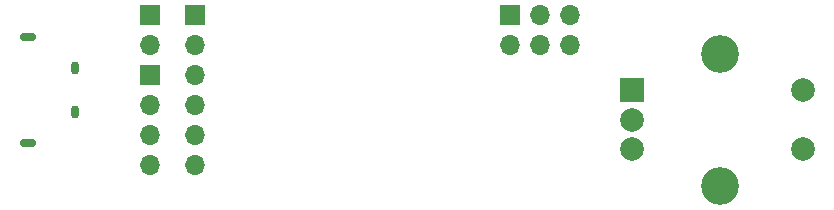
<source format=gbs>
%TF.GenerationSoftware,KiCad,Pcbnew,7.0.2-1.fc38*%
%TF.CreationDate,2023-06-01T20:35:21+02:00*%
%TF.ProjectId,laserhead-distance-sensor,6c617365-7268-4656-9164-2d6469737461,v1.0*%
%TF.SameCoordinates,Original*%
%TF.FileFunction,Soldermask,Bot*%
%TF.FilePolarity,Negative*%
%FSLAX46Y46*%
G04 Gerber Fmt 4.6, Leading zero omitted, Abs format (unit mm)*
G04 Created by KiCad (PCBNEW 7.0.2-1.fc38) date 2023-06-01 20:35:21*
%MOMM*%
%LPD*%
G01*
G04 APERTURE LIST*
%ADD10R,2.000000X2.000000*%
%ADD11C,2.000000*%
%ADD12C,3.200000*%
%ADD13O,0.700000X1.100000*%
%ADD14O,1.400000X0.700000*%
%ADD15R,1.700000X1.700000*%
%ADD16O,1.700000X1.700000*%
G04 APERTURE END LIST*
D10*
%TO.C,SW1*%
X249068500Y-129580000D03*
D11*
X249068500Y-134580000D03*
X249068500Y-132080000D03*
D12*
X256568500Y-126480000D03*
X256568500Y-137680000D03*
D11*
X263568500Y-134580000D03*
X263568500Y-129580000D03*
%TD*%
D13*
%TO.C,J2*%
X201930000Y-127690000D03*
X201930000Y-131390000D03*
D14*
X197980000Y-134040000D03*
X197980000Y-125040000D03*
%TD*%
D15*
%TO.C,J5*%
X208312500Y-123185000D03*
D16*
X208312500Y-125725000D03*
%TD*%
D15*
%TO.C,J1*%
X208312500Y-128270000D03*
D16*
X208312500Y-130810000D03*
X208312500Y-133350000D03*
X208312500Y-135890000D03*
%TD*%
D15*
%TO.C,J3*%
X212122500Y-123190000D03*
D16*
X212122500Y-125730000D03*
X212122500Y-128270000D03*
X212122500Y-130810000D03*
X212122500Y-133350000D03*
X212122500Y-135890000D03*
%TD*%
D15*
%TO.C,J4*%
X238807500Y-123185000D03*
D16*
X238807500Y-125725000D03*
X241347500Y-123185000D03*
X241347500Y-125725000D03*
X243887500Y-123185000D03*
X243887500Y-125725000D03*
%TD*%
M02*

</source>
